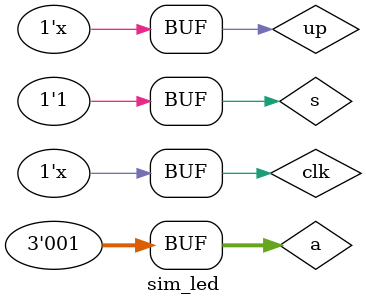
<source format=v>
`timescale 1ns / 1ps


module sim_led();
    reg[2:0]a=3'b011;
    reg clk = 0;
    reg up=0;
    reg s=0;
    always #5 clk = ~clk;
    always #20 up = ~up;
    initial
    begin
    #100 s=1;
    #1 s=0;
    #100 s=1;
    #99 a=3'b001;
    end
    wire[7:0] deng;
    wire [3:0] t;
    led  le(clk,a,deng,up,s,t);
endmodule

</source>
